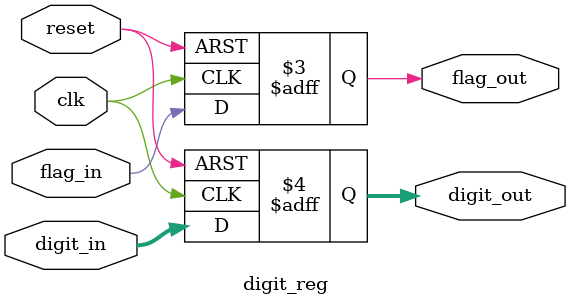
<source format=v>

module digit_reg (
    reset,
    clk,
    digit_in,
    digit_out,
    flag_in,
    flag_out
    ) ;
 
/*
 *
 *  @(#) digit_reg.v 15.1@(#)
 *  4/1/23  09:09:52
 *
 */

/*
 *
 * ASCII Digit Register
 *
 * Author:  Ahmed Abdelazeem
 *         Zagazig University.
 *         
 *
 */

input
    reset,                // system reset
    clk ;                 // write strobe

input [7:0]
    digit_in ;                  // data input

output [7:0]
    digit_out ;                 // data output

input
    flag_in ;             // data change flag input

output
    flag_out ;            // data change flag output

reg
    flag_out ;

reg [7:0]
    digit_out;

reg [7:0]
    digit_mux ;

/*
digit_subreg upper(
    .clock(clk), 
    .din(digit_mux[7:4]), 
    .dout(digit_out[7:4]), 
    .reset(reset));

digit_subreg lower(
    .clock(clk), 
    .din(digit_mux[3:0]), 
    .dout(digit_out[3:0]), 
    .reset(reset));
*/

always @(posedge clk or posedge reset)
    if (reset)
        digit_out <= 8'hff ;
    else
        digit_out <= digit_in ;
        
always @(posedge clk or posedge reset)
    if (reset)
        flag_out <= 1 ;
    else
        flag_out <= flag_in ;
        
endmodule // digit_reg

</source>
